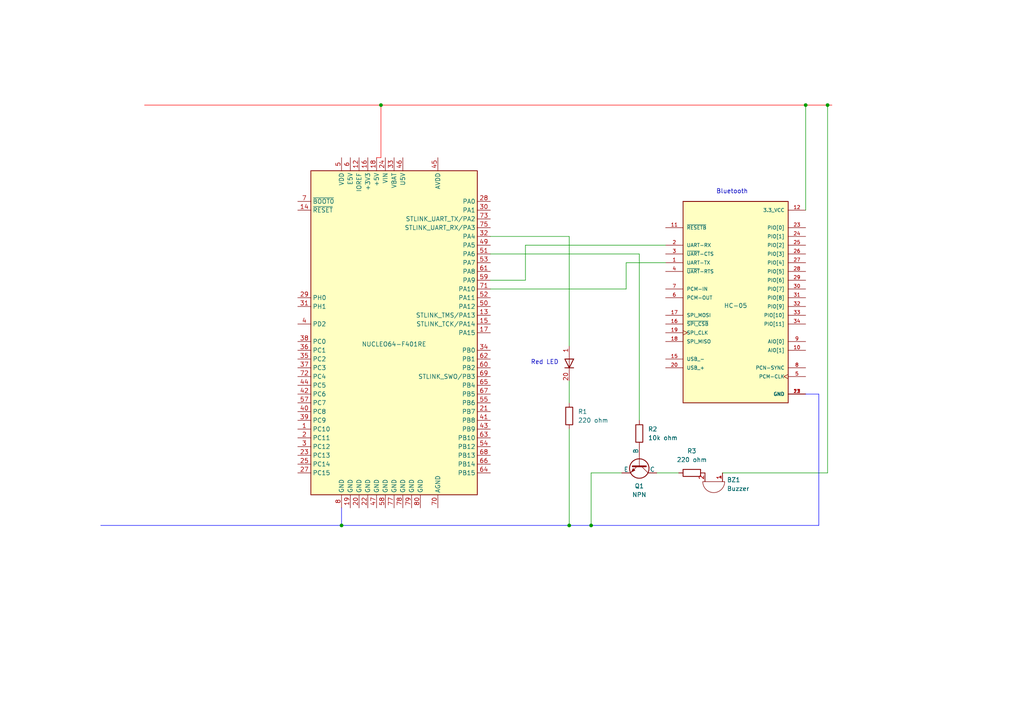
<source format=kicad_sch>
(kicad_sch (version 20231120) (generator "eeschema") (generator_version "8.0")
  (paper "A4")
  (title_block (title "Receiver STM32") (date "2024-11-7") (company "Daniel Suzuki & Charlie Zhang"))
  (lib_symbols
    (symbol "Device:Buzzer" (pin_names (offset 0.0254) hide)
      (property "Reference" "BZ" (at 3.81 1.27 0))
      (property "Value" "Buzzer" (at 3.81 -1.27 0))
      (symbol "Buzzer_0_1"
        (arc (start 0 -3.175) (mid 3.1612 0) (end 0 3.175))
        (polyline (pts (xy -1.651 1.905) (xy -1.143 1.905)))
        (polyline (pts (xy -1.397 2.159) (xy -1.397 1.651)))
        (polyline (pts (xy 0 3.175) (xy 0 -3.175)))
      )
      (symbol "Buzzer_1_1"
        (pin passive line (at -2.54 2.54 0) (length 2.54) (name "+") (number "1"))
        (pin passive line (at -2.54 -2.54 0) (length 2.54) (name "-") (number "2"))
      )
    )
    (symbol "Device:R" (pin_numbers hide) (pin_names (offset 0))
      (property "Reference" "R" (at 2.032 0 90))
      (property "Value" "R" (at 0 0 90))
      (symbol "R_0_1"
        (rectangle (start -1.016 -2.54) (end 1.016 2.54) (stroke (width 0.254)))
      )
      (symbol "R_1_1"
        (pin passive line (at 0 3.81 270) (length 1.27) (name "~") (number "1"))
        (pin passive line (at 0 -3.81 90) (length 1.27) (name "~") (number "2"))
      )
    )
    (symbol "HC-05:HC-05" (pin_names (offset 1.016))
      (property "Reference" "U" (at -15.24 31.115 0))
      (property "Value" "HC-05" (at -15.24 -30.48 0))
      (symbol "HC-05_0_0"
        (rectangle (start -15.24 -27.94) (end 15.24 30.48) (stroke (width 0.254)) (fill (type background)))
        (pin output line (at -20.32 12.7 0) (length 5.08) (name "UART-TX") (number "1"))
        (pin bidirectional line (at 20.32 -12.7 180) (length 5.08) (name "AIO[1]") (number "10"))
        (pin input line (at -20.32 22.86 0) (length 5.08) (name "~{RESETB}") (number "11"))
        (pin power_in line (at 20.32 27.94 180) (length 5.08) (name "3.3_VCC") (number "12"))
        (pin power_in line (at 20.32 -25.4 180) (length 5.08) (name "GND") (number "13"))
        (pin bidirectional line (at -20.32 -15.24 0) (length 5.08) (name "USB_-") (number "15"))
        (pin input line (at -20.32 -5.08 0) (length 5.08) (name "~{SPI_CSB}") (number "16"))
        (pin input line (at -20.32 -2.54 0) (length 5.08) (name "SPI_MOSI") (number "17"))
        (pin output line (at -20.32 -10.16 0) (length 5.08) (name "SPI_MISO") (number "18"))
        (pin input clock (at -20.32 -7.62 0) (length 5.08) (name "SPI_CLK") (number "19"))
        (pin input line (at -20.32 17.78 0) (length 5.08) (name "UART-RX") (number "2"))
        (pin bidirectional line (at -20.32 -17.78 0) (length 5.08) (name "USB_+") (number "20"))
        (pin power_in line (at 20.32 -25.4 180) (length 5.08) (name "GND") (number "21"))
        (pin power_in line (at 20.32 -25.4 180) (length 5.08) (name "GND") (number "22"))
        (pin bidirectional line (at 20.32 22.86 180) (length 5.08) (name "PIO[0]") (number "23"))
        (pin bidirectional line (at 20.32 20.32 180) (length 5.08) (name "PIO[1]") (number "24"))
        (pin bidirectional line (at 20.32 17.78 180) (length 5.08) (name "PIO[2]") (number "25"))
        (pin bidirectional line (at 20.32 15.24 180) (length 5.08) (name "PIO[3]") (number "26"))
        (pin bidirectional line (at 20.32 12.7 180) (length 5.08) (name "PIO[4]") (number "27"))
        (pin bidirectional line (at 20.32 10.16 180) (length 5.08) (name "PIO[5]") (number "28"))
        (pin bidirectional line (at 20.32 7.62 180) (length 5.08) (name "PIO[6]") (number "29"))
        (pin input line (at -20.32 15.24 0) (length 5.08) (name "~{UART}-CTS") (number "3"))
        (pin bidirectional line (at 20.32 5.08 180) (length 5.08) (name "PIO[7]") (number "30"))
        (pin bidirectional line (at 20.32 2.54 180) (length 5.08) (name "PIO[8]") (number "31"))
        (pin bidirectional line (at 20.32 0 180) (length 5.08) (name "PIO[9]") (number "32"))
        (pin bidirectional line (at 20.32 -2.54 180) (length 5.08) (name "PIO[10]") (number "33"))
        (pin bidirectional line (at 20.32 -5.08 180) (length 5.08) (name "PIO[11]") (number "34"))
        (pin output line (at -20.32 10.16 0) (length 5.08) (name "~{UART}-RTS") (number "4"))
        (pin bidirectional clock (at 20.32 -20.32 180) (length 5.08) (name "PCM-CLK") (number "5"))
        (pin output line (at -20.32 2.54 0) (length 5.08) (name "PCM-OUT") (number "6"))
        (pin input line (at -20.32 5.08 0) (length 5.08) (name "PCM-IN") (number "7"))
        (pin bidirectional line (at 20.32 -17.78 180) (length 5.08) (name "PCN-SYNC") (number "8"))
        (pin bidirectional line (at 20.32 -10.16 180) (length 5.08) (name "AIO[0]") (number "9"))
      )
    )
    (symbol "LED:HLCP-J100" (pin_names (offset 1.016) hide)
      (property "Reference" "BAR" (at 0 3.81 0))
      (property "Value" "HLCP-J100" (at 0 -3.81 0))
      (symbol "HLCP-J100_0_1"
        (polyline (pts (xy -2.54 0) (xy 2.54 0)))
        (polyline (pts (xy 1.27 -1.27) (xy 1.27 1.27)) (stroke (width 0.254)))
        (polyline (pts (xy -1.27 1.27) (xy -1.27 -1.27) (xy 1.27 0) (xy -1.27 1.27)) (stroke (width 0.254)))
      )
      (symbol "HLCP-J100_1_1"
        (pin passive line (at -5.08 0 0) (length 2.54) (name "A") (number "1"))
        (pin passive line (at 5.08 0 180) (length 2.54) (name "K") (number "20"))
      )
      (symbol "HLCP-J100_2_1"
        (pin passive line (at 5.08 0 180) (length 2.54) (name "K") (number "19"))
        (pin passive line (at -5.08 0 0) (length 2.54) (name "A") (number "2"))
      )
      (symbol "HLCP-J100_3_1"
        (pin passive line (at 5.08 0 180) (length 2.54) (name "K") (number "18"))
        (pin passive line (at -5.08 0 0) (length 2.54) (name "A") (number "3"))
      )
      (symbol "HLCP-J100_4_1"
        (pin passive line (at 5.08 0 180) (length 2.54) (name "K") (number "17"))
        (pin passive line (at -5.08 0 0) (length 2.54) (name "A") (number "4"))
      )
      (symbol "HLCP-J100_5_1"
        (pin passive line (at 5.08 0 180) (length 2.54) (name "K") (number "16"))
        (pin passive line (at -5.08 0 0) (length 2.54) (name "A") (number "5"))
      )
      (symbol "HLCP-J100_6_1"
        (pin passive line (at 5.08 0 180) (length 2.54) (name "K") (number "15"))
        (pin passive line (at -5.08 0 0) (length 2.54) (name "A") (number "6"))
      )
      (symbol "HLCP-J100_7_1"
        (pin passive line (at 5.08 0 180) (length 2.54) (name "K") (number "14"))
        (pin passive line (at -5.08 0 0) (length 2.54) (name "A") (number "7"))
      )
      (symbol "HLCP-J100_8_1"
        (pin passive line (at 5.08 0 180) (length 2.54) (name "K") (number "13"))
        (pin passive line (at -5.08 0 0) (length 2.54) (name "A") (number "8"))
      )
      (symbol "HLCP-J100_9_1"
        (pin passive line (at 5.08 0 180) (length 2.54) (name "K") (number "12"))
        (pin passive line (at -5.08 0 0) (length 2.54) (name "A") (number "9"))
      )
      (symbol "HLCP-J100_10_1"
        (pin passive line (at -5.08 0 0) (length 2.54) (name "A") (number "10"))
        (pin passive line (at 5.08 0 180) (length 2.54) (name "K") (number "11"))
      )
    )
    (symbol "MCU_Module:NUCLEO64-F411RE"
      (property "Reference" "U" (at -17.78 50.165 0))
      (property "Value" "NUCLEO64-F411RE" (at -17.78 48.26 0))
      (symbol "NUCLEO64-F411RE_0_1"
        (rectangle (start -24.13 -46.99) (end 24.13 46.99) (stroke (width 0.254)) (fill (type background)))
      )
      (symbol "NUCLEO64-F411RE_1_1"
        (pin bidirectional line (at -27.94 -27.94 0) (length 3.81) (name "PC10") (number "1"))
        (pin no_connect line (at -24.13 20.32 0) (length 3.81) hide (name "NC") (number "10"))
        (pin no_connect line (at -24.13 15.24 0) (length 3.81) hide (name "NC") (number "11"))
        (pin power_in line (at -10.16 50.8 270) (length 3.81) (name "IOREF") (number "12"))
        (pin bidirectional line (at 27.94 5.08 180) (length 3.81) (name "STLINK_TMS/PA13") (number "13"))
        (pin input line (at -27.94 35.56 0) (length 3.81) (name "~{RESET}") (number "14"))
        (pin bidirectional line (at 27.94 2.54 180) (length 3.81) (name "STLINK_TCK/PA14") (number "15"))
        (pin power_in line (at -7.62 50.8 270) (length 3.81) (name "+3V3") (number "16"))
        (pin bidirectional line (at 27.94 0 180) (length 3.81) (name "PA15") (number "17"))
        (pin power_in line (at -5.08 50.8 270) (length 3.81) (name "+5V") (number "18"))
        (pin power_in line (at -12.7 -50.8 90) (length 3.81) (name "GND") (number "19"))
        (pin bidirectional line (at -27.94 -30.48 0) (length 3.81) (name "PC11") (number "2"))
        (pin power_in line (at -10.16 -50.8 90) (length 3.81) (name "GND") (number "20"))
        (pin bidirectional line (at 27.94 -22.86 180) (length 3.81) (name "PB7") (number "21"))
        (pin power_in line (at -7.62 -50.8 90) (length 3.81) (name "GND") (number "22"))
        (pin bidirectional line (at -27.94 -35.56 0) (length 3.81) (name "PC13") (number "23"))
        (pin power_in line (at -2.54 50.8 270) (length 3.81) (name "VIN") (number "24"))
        (pin bidirectional line (at -27.94 -38.1 0) (length 3.81) (name "PC14") (number "25"))
        (pin no_connect line (at -24.13 22.86 0) (length 3.81) hide (name "NC") (number "26"))
        (pin bidirectional line (at -27.94 -40.64 0) (length 3.81) (name "PC15") (number "27"))
        (pin bidirectional line (at 27.94 38.1 180) (length 3.81) (name "PA0") (number "28"))
        (pin bidirectional line (at -27.94 10.16 0) (length 3.81) (name "PH0") (number "29"))
        (pin bidirectional line (at -27.94 -33.02 0) (length 3.81) (name "PC12") (number "3"))
        (pin bidirectional line (at 27.94 35.56 180) (length 3.81) (name "PA1") (number "30"))
        (pin bidirectional line (at -27.94 7.62 0) (length 3.81) (name "PH1") (number "31"))
        (pin bidirectional line (at 27.94 27.94 180) (length 3.81) (name "PA4") (number "32"))
        (pin power_in line (at 0 50.8 270) (length 3.81) (name "VBAT") (number "33"))
        (pin bidirectional line (at 27.94 -5.08 180) (length 3.81) (name "PB0") (number "34"))
        (pin bidirectional line (at -27.94 -7.62 0) (length 3.81) (name "PC2") (number "35"))
        (pin bidirectional line (at -27.94 -5.08 0) (length 3.81) (name "PC1") (number "36"))
        (pin bidirectional line (at -27.94 -10.16 0) (length 3.81) (name "PC3") (number "37"))
        (pin bidirectional line (at -27.94 -2.54 0) (length 3.81) (name "PC0") (number "38"))
        (pin bidirectional line (at -27.94 -25.4 0) (length 3.81) (name "PC9") (number "39"))
        (pin bidirectional line (at -27.94 2.54 0) (length 3.81) (name "PD2") (number "4"))
        (pin bidirectional line (at -27.94 -22.86 0) (length 3.81) (name "PC8") (number "40"))
        (pin bidirectional line (at 27.94 -25.4 180) (length 3.81) (name "PB8") (number "41"))
        (pin bidirectional line (at -27.94 -17.78 0) (length 3.81) (name "PC6") (number "42"))
        (pin bidirectional line (at 27.94 -27.94 180) (length 3.81) (name "PB9") (number "43"))
        (pin bidirectional line (at -27.94 -15.24 0) (length 3.81) (name "PC5") (number "44"))
        (pin power_in line (at 12.7 50.8 270) (length 3.81) (name "AVDD") (number "45"))
        (pin power_in line (at 2.54 50.8 270) (length 3.81) (name "U5V") (number "46"))
        (pin power_in line (at -5.08 -50.8 90) (length 3.81) (name "GND") (number "47"))
        (pin no_connect line (at -24.13 25.4 0) (length 3.81) hide (name "NC") (number "48"))
        (pin bidirectional line (at 27.94 25.4 180) (length 3.81) (name "PA5") (number "49"))
        (pin power_in line (at -15.24 50.8 270) (length 3.81) (name "VDD") (number "5"))
        (pin bidirectional line (at 27.94 7.62 180) (length 3.81) (name "PA12") (number "50"))
        (pin bidirectional line (at 27.94 22.86 180) (length 3.81) (name "PA6") (number "51"))
        (pin bidirectional line (at 27.94 10.16 180) (length 3.81) (name "PA11") (number "52"))
        (pin bidirectional line (at 27.94 20.32 180) (length 3.81) (name "PA7") (number "53"))
        (pin bidirectional line (at 27.94 -33.02 180) (length 3.81) (name "PB12") (number "54"))
        (pin bidirectional line (at 27.94 -20.32 180) (length 3.81) (name "PB6") (number "55"))
        (pin no_connect line (at -24.13 33.02 0) (length 3.81) hide (name "NC") (number "56"))
        (pin bidirectional line (at -27.94 -20.32 0) (length 3.81) (name "PC7") (number "57"))
        (pin power_in line (at -2.54 -50.8 90) (length 3.81) (name "GND") (number "58"))
        (pin bidirectional line (at 27.94 15.24 180) (length 3.81) (name "PA9") (number "59"))
        (pin power_in line (at -12.7 50.8 270) (length 3.81) (name "E5V") (number "6"))
        (pin bidirectional line (at 27.94 -10.16 180) (length 3.81) (name "PB2") (number "60"))
        (pin bidirectional line (at 27.94 17.78 180) (length 3.81) (name "PA8") (number "61"))
        (pin bidirectional line (at 27.94 -7.62 180) (length 3.81) (name "PB1") (number "62"))
        (pin bidirectional line (at 27.94 -30.48 180) (length 3.81) (name "PB10") (number "63"))
        (pin bidirectional line (at 27.94 -40.64 180) (length 3.81) (name "PB15") (number "64"))
        (pin bidirectional line (at 27.94 -15.24 180) (length 3.81) (name "PB4") (number "65"))
        (pin bidirectional line (at 27.94 -38.1 180) (length 3.81) (name "PB14") (number "66"))
        (pin bidirectional line (at 27.94 -17.78 180) (length 3.81) (name "PB5") (number "67"))
        (pin bidirectional line (at 27.94 -35.56 180) (length 3.81) (name "PB13") (number "68"))
        (pin bidirectional line (at 27.94 -12.7 180) (length 3.81) (name "STLINK_SWO/PB3") (number "69"))
        (pin input line (at -27.94 38.1 0) (length 3.81) (name "~{BOOT0}") (number "7"))
        (pin power_in line (at 12.7 -50.8 90) (length 3.81) (name "AGND") (number "70"))
        (pin bidirectional line (at 27.94 12.7 180) (length 3.81) (name "PA10") (number "71"))
        (pin bidirectional line (at -27.94 -12.7 0) (length 3.81) (name "PC4") (number "72"))
        (pin bidirectional line (at 27.94 33.02 180) (length 3.81) (name "STLINK_UART_TX/PA2") (number "73"))
        (pin no_connect line (at -24.13 30.48 0) (length 3.81) hide (name "NC") (number "74"))
        (pin bidirectional line (at 27.94 30.48 180) (length 3.81) (name "STLINK_UART_RX/PA3") (number "75"))
        (pin no_connect line (at -24.13 27.94 0) (length 3.81) hide (name "NC") (number "76"))
        (pin power_in line (at 0 -50.8 90) (length 3.81) (name "GND") (number "77"))
        (pin power_in line (at 2.54 -50.8 90) (length 3.81) (name "GND") (number "78"))
        (pin power_in line (at 5.08 -50.8 90) (length 3.81) (name "GND") (number "79"))
        (pin power_in line (at -15.24 -50.8 90) (length 3.81) (name "GND") (number "8"))
        (pin power_in line (at 7.62 -50.8 90) (length 3.81) (name "GND") (number "80"))
        (pin no_connect line (at -24.13 17.78 0) (length 3.81) hide (name "NC") (number "9"))
      )
    )
    (symbol "Simulation_SPICE:NPN" (pin_numbers hide) (pin_names (offset 0))
      (property "Reference" "Q" (at -2.54 7.62 0))
      (property "Value" "NPN" (at -2.54 5.08 0))
      (symbol "NPN_0_1"
        (polyline (pts (xy -2.54 0) (xy 0.635 0)) (stroke (width 0.1524)))
        (polyline (pts (xy 0.635 0.635) (xy 2.54 2.54)))
        (polyline (pts (xy 2.794 -1.27) (xy 2.794 -1.27)) (stroke (width 0.1524)))
        (polyline (pts (xy 2.794 -1.27) (xy 2.794 -1.27)) (stroke (width 0.1524)))
        (polyline (pts (xy 0.635 -0.635) (xy 2.54 -2.54) (xy 2.54 -2.54)))
        (polyline (pts (xy 0.635 1.905) (xy 0.635 -1.905) (xy 0.635 -1.905)) (stroke (width 0.508)))
        (polyline (pts (xy 1.27 -1.778) (xy 1.778 -1.27) (xy 2.286 -2.286) (xy 1.27 -1.778) (xy 1.27 -1.778)) (fill (type outline)))
        (circle (center 1.27 0) (radius 2.8194) (stroke (width 0.254)))
      )
      (symbol "NPN_1_1"
        (pin open_collector line (at 2.54 5.08 270) (length 2.54) (name "C") (number "1"))
        (pin input line (at -5.08 0 0) (length 2.54) (name "B") (number "2"))
        (pin open_emitter line (at 2.54 -5.08 90) (length 2.54) (name "E") (number "3"))
      )
    )
  )
  (junction (at 171.45 152.4))
  (junction (at 165.1 152.4))
  (junction (at 99.06 152.4))
  (junction (at 233.68 30.48))
  (junction (at 240.03 30.48))
  (junction (at 110.49 30.48))
  (wire (pts (xy 29.21 152.4) (xy 99.06 152.4)) (stroke (width 0) (color 0 0 255 1)))
  (wire (pts (xy 142.24 83.82) (xy 181.61 83.82)))
  (wire (pts (xy 99.06 152.4) (xy 165.1 152.4)) (stroke (width 0) (color 0 0 255 1)))
  (wire (pts (xy 110.49 30.48) (xy 233.68 30.48)) (stroke (width 0) (color 255 0 0 1)))
  (wire (pts (xy 165.1 124.46) (xy 165.1 152.4)))
  (wire (pts (xy 110.49 30.48) (xy 110.49 45.72)) (stroke (width 0) (color 255 0 0 1)))
  (wire (pts (xy 193.04 71.12) (xy 152.4 71.12)))
  (wire (pts (xy 110.49 45.72) (xy 109.22 45.72)) (stroke (width 0) (color 255 0 0 1)))
  (wire (pts (xy 181.61 83.82) (xy 181.61 76.2)))
  (wire (pts (xy 237.49 152.4) (xy 237.49 114.3)) (stroke (width 0) (color 0 0 255 1)))
  (wire (pts (xy 152.4 71.12) (xy 152.4 81.28)))
  (wire (pts (xy 240.03 30.48) (xy 241.3 30.48)) (stroke (width 0) (color 255 0 0 1)))
  (wire (pts (xy 181.61 76.2) (xy 193.04 76.2)))
  (wire (pts (xy 165.1 152.4) (xy 171.45 152.4)) (stroke (width 0) (color 0 0 255 1)))
  (wire (pts (xy 190.5 137.16) (xy 196.85 137.16)))
  (wire (pts (xy 180.34 137.16) (xy 171.45 137.16)))
  (wire (pts (xy 233.68 114.3) (xy 237.49 114.3)) (stroke (width 0) (color 0 0 255 1)))
  (wire (pts (xy 209.55 137.16) (xy 240.03 137.16)))
  (wire (pts (xy 142.24 81.28) (xy 152.4 81.28)))
  (wire (pts (xy 99.06 147.32) (xy 99.06 152.4)) (stroke (width 0) (color 0 0 255 1)))
  (wire (pts (xy 240.03 30.48) (xy 240.03 137.16)))
  (wire (pts (xy 233.68 30.48) (xy 233.68 60.96)))
  (wire (pts (xy 142.24 68.58) (xy 165.1 68.58)))
  (wire (pts (xy 41.91 30.48) (xy 110.49 30.48)) (stroke (width 0) (color 255 0 0 1)))
  (wire (pts (xy 142.24 73.66) (xy 185.42 73.66)))
  (wire (pts (xy 171.45 137.16) (xy 171.45 152.4)))
  (wire (pts (xy 185.42 73.66) (xy 185.42 121.92)))
  (wire (pts (xy 165.1 110.49) (xy 165.1 116.84)))
  (wire (pts (xy 171.45 152.4) (xy 237.49 152.4)) (stroke (width 0) (color 0 0 255 1)))
  (wire (pts (xy 233.68 30.48) (xy 240.03 30.48)) (stroke (width 0) (color 255 0 0 1)))
  (wire (pts (xy 165.1 68.58) (xy 165.1 100.33)))
  (text "Red LED" (at 157.988 105.156 0) (effects (font (size 1.27 1.27))))
  (text "Bluetooth" (at 212.344 55.626 0) (effects (font (size 1.27 1.27))))
  (symbol (lib_id "HC-05:HC-05") (at 213.36 88.9 0) (unit 1)
    (property "Reference" "U2" (effects (hide yes)))
    (property "Value" "HC-05" (at 213.36 88.646 0))
    (property "Footprint" "HC-05:XCVR_HC-05" (effects (hide yes)))
    (property "MF" "ITead Studio" (effects (hide yes)))
    (property "Description_1" "\n                        \n                            Bluetooth to Serial Port Module\n                        \n" (effects (hide yes)))
    (property "Package" "Module ITead Studio" (effects (hide yes)))
    (property "Price" "None" (effects (hide yes)))
    (property "STANDARD" "Manufacturer Recommendations" (effects (hide yes)))
    (property "PARTREV" "v1.0" (effects (hide yes)))
    (property "SnapEDA_Link" "https://www.snapeda.com/parts/HC-05/ITead+Studio/view-part/?ref=snap" (effects (hide yes)))
    (property "MP" "HC-05" (effects (hide yes)))
    (property "Availability" "Not in stock" (effects (hide yes)))
    (property "Check_prices" "https://www.snapeda.com/parts/HC-05/ITead+Studio/view-part/?ref=eda" (effects (hide yes)))
  )
  (symbol (lib_id "Device:R") (at 200.66 137.16 270) (unit 1)
    (property "Reference" "R3" (at 200.66 130.81 90))
    (property "Value" "220 ohm" (at 200.66 133.35 90))
    (property "Description" "Resistor" (effects (hide yes)))
  )
  (symbol (lib_id "Simulation_SPICE:NPN") (at 185.42 134.62 270) (unit 1)
    (property "Reference" "Q1" (at 185.42 140.97 90))
    (property "Value" "NPN" (at 185.42 143.51 90))
    (property "Datasheet" "https://ngspice.sourceforge.io/docs/ngspice-html-manual/manual.xhtml#cha_BJTs" (effects (hide yes)))
    (property "Description" "Bipolar transistor symbol for simulation only, substrate tied to the emitter" (effects (hide yes)))
    (property "Sim.Device" "NPN" (effects (hide yes)))
    (property "Sim.Type" "GUMMELPOON" (effects (hide yes)))
    (property "Sim.Pins" "1=C 2=B 3=E" (effects (hide yes)))
  )
  (symbol (lib_id "Device:R") (at 165.1 120.65 0) (unit 1)
    (property "Reference" "R1" (at 167.64 119.3799 0) (effects (justify left)))
    (property "Value" "220 ohm" (at 167.64 121.9199 0) (effects (justify left)))
    (property "Description" "Resistor" (effects (hide yes)))
  )
  (symbol (lib_id "Device:R") (at 185.42 125.73 0) (unit 1)
    (property "Reference" "R2" (at 187.96 124.4599 0) (effects (justify left)))
    (property "Value" "10k ohm" (at 187.96 126.9999 0) (effects (justify left)))
    (property "Description" "Resistor" (effects (hide yes)))
  )
  (symbol (lib_id "Device:Buzzer") (at 207.01 139.7 270) (unit 1)
    (property "Reference" "BZ1" (at 210.82 139.185 90) (effects (justify left)))
    (property "Value" "Buzzer" (at 210.82 141.725 90) (effects (justify left)))
    (property "Description" "Buzzer, polarized" (effects (hide yes)))
  )
  (symbol (lib_id "MCU_Module:NUCLEO64-F411RE") (at 114.3 96.52 0) (unit 1)
    (property "Reference" "U1" (effects (hide yes)))
    (property "Value" "NUCLEO64-F401RE" (at 104.902 99.822 0) (effects (justify left)))
    (property "Footprint" "Module:ST_Morpho_Connector_144_STLink" (effects (hide yes)))
    (property "Datasheet" "http://www.st.com/st-web-ui/static/active/en/resource/technical/document/data_brief/DM00105918.pdf" (effects (hide yes)))
    (property "Description" "Nucleo 64 Development Board with STM32F411RET6 MCU, 128kB RAM, 512KB FLASH" (effects (hide yes)))
  )
  (symbol (lib_id "LED:HLCP-J100") (at 165.1 105.41 270) (unit 1)
    (property "Reference" "BAR1" (effects (hide yes)))
    (property "Value" "HLCP-J100" (effects (hide yes)))
    (property "Footprint" "Display:HLCP-J100" (effects (hide yes)))
    (property "Datasheet" "https://docs.broadcom.com/docs/AV02-1798EN" (effects (hide yes)))
    (property "Description" "10-element LED arrays, AIGaAs Red" (effects (hide yes)))
  )
)
</source>
